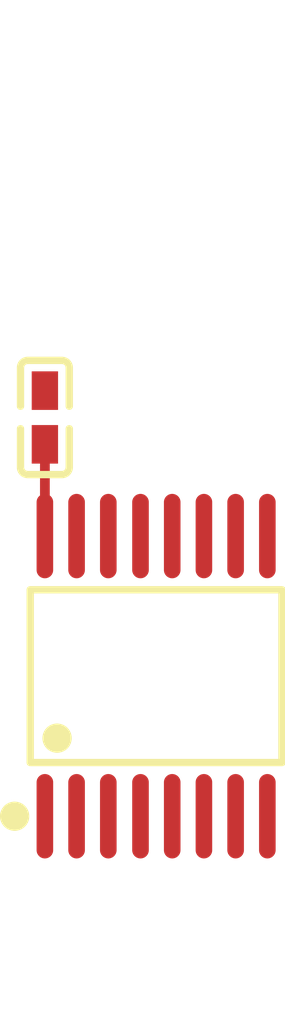
<source format=kicad_pcb>
(kicad_pcb (version 20241229) (generator "pcbnew") (generator_version "9.0")
  (layers (0 "F.Cu" signal) (2 "B.Cu" signal) (13 "F.Paste" user) (15 "B.Paste" user) (5 "F.SilkS" user "F.Silkscreen") (7 "B.SilkS" user "B.Silkscreen") (1 "F.Mask" user) (3 "B.Mask" user) (25 "Edge.Cuts" user))
  (net 0 "")
  (net 1 "IO5")
  (net 2 "IO4")
  (net 3 "IO1")
  (net 4 "VDD")
  (net 5 "IO2")
  (net 6 "IO7")
  (net 7 "A1")
  (net 8 "A2")
  (net 9 "gnd")
  (net 10 "IO0")
  (net 11 "IO6")
  (net 12 "nINT")
  (net 13 "SCL")
  (net 14 "SDA")
  (net 15 "A0")
  (net 16 "IO3")
  (footprint "Samsung_Electro_Mechanics_CL05B104KO5NNNC:C0402" (layer "F.Cu") (at -2.28 -15.3 90)
    (property "Reference" "C1" (hide yes))
    (property "Value" "100nF ±10% 16V X7R")
    (fp_line (start 1.02 -0.5) (end 0.23 -0.5) (stroke (width 0.15)) (layer "F.SilkS"))
    (fp_line (start -1.02 -0.5) (end -0.23 -0.5) (stroke (width 0.15)) (layer "F.SilkS"))
    (fp_line (start 1.17 0.35) (end 1.17 -0.35) (stroke (width 0.15)) (layer "F.SilkS"))
    (fp_line (start -1.17 0.35) (end -1.17 -0.35) (stroke (width 0.15)) (layer "F.SilkS"))
    (fp_line (start 0.23 0.5) (end 1.02 0.5) (stroke (width 0.15)) (layer "F.SilkS"))
    (fp_line (start -0.23 0.5) (end -1.02 0.5) (stroke (width 0.15)) (layer "F.SilkS"))
    (fp_arc (start 1.02 -0.5) (mid 1.126066 -0.456066) (end 1.17 -0.35) (stroke (width 0.15)) (layer "F.SilkS"))
    (fp_arc (start -1.17 -0.35) (mid -1.126066 -0.456066) (end -1.02 -0.5) (stroke (width 0.15)) (layer "F.SilkS"))
    (fp_arc (start 1.17 0.35) (mid 1.126066 0.456066) (end 1.02 0.5) (stroke (width 0.15)) (layer "F.SilkS"))
    (fp_arc (start -1.02 0.5) (mid -1.126066 0.456066) (end -1.17 0.35) (stroke (width 0.15)) (layer "F.SilkS"))
    (pad "1" smd rect (at -0.55 0 90) (size 0.79 0.54) (layers "F.Cu" "F.Mask" "F.Paste") (net 4 "VDD"))
    (pad "2" smd rect (at 0.55 0 90) (size 0.79 0.54) (layers "F.Cu" "F.Mask" "F.Paste") (net 9 "gnd"))
  )
  (footprint "NXP_Semicon_PCA9554APW_118:TSSOP-16_L5.0-W4.4-P0.65-LS6.4-BL" (layer "F.Cu") (at 0 -10 0)
    (property "Reference" "U1" (hide yes))
    (property "Value" "")
    (fp_line (start -2.58 -1.77) (end 2.58 -1.77) (stroke (width 0.15)) (layer "F.SilkS"))
    (fp_line (start -2.58 1.77) (end -2.58 -1.77) (stroke (width 0.15)) (layer "F.SilkS"))
    (fp_line (start 2.58 -1.77) (end 2.58 1.77) (stroke (width 0.15)) (layer "F.SilkS"))
    (fp_line (start 2.58 1.77) (end -2.58 1.77) (stroke (width 0.15)) (layer "F.SilkS"))
    (fp_circle (center -2.9 2.87) (end -2.75 2.87) (stroke (width 0.3)) (fill no) (layer "F.SilkS"))
    (fp_circle (center -2.03 1.27) (end -1.88 1.27) (stroke (width 0.3)) (fill no) (layer "F.SilkS"))
    (pad "1" smd oval (at -2.28 2.87 0) (size 0.34 1.73) (layers "F.Cu" "F.Mask" "F.Paste") (net 15 "A0"))
    (pad "2" smd oval (at -1.63 2.87 0) (size 0.34 1.73) (layers "F.Cu" "F.Mask" "F.Paste") (net 7 "A1"))
    (pad "3" smd oval (at -0.98 2.87 0) (size 0.34 1.73) (layers "F.Cu" "F.Mask" "F.Paste") (net 8 "A2"))
    (pad "4" smd oval (at -0.32 2.87 0) (size 0.34 1.73) (layers "F.Cu" "F.Mask" "F.Paste") (net 10 "IO0"))
    (pad "5" smd oval (at 0.33 2.87 0) (size 0.34 1.73) (layers "F.Cu" "F.Mask" "F.Paste") (net 3 "IO1"))
    (pad "6" smd oval (at 0.98 2.87 0) (size 0.34 1.73) (layers "F.Cu" "F.Mask" "F.Paste") (net 5 "IO2"))
    (pad "7" smd oval (at 1.63 2.87 0) (size 0.34 1.73) (layers "F.Cu" "F.Mask" "F.Paste") (net 16 "IO3"))
    (pad "8" smd oval (at 2.28 2.87 0) (size 0.34 1.73) (layers "F.Cu" "F.Mask" "F.Paste") (net 9 "gnd"))
    (pad "9" smd oval (at 2.28 -2.87 0) (size 0.34 1.73) (layers "F.Cu" "F.Mask" "F.Paste") (net 2 "IO4"))
    (pad "10" smd oval (at 1.63 -2.87 0) (size 0.34 1.73) (layers "F.Cu" "F.Mask" "F.Paste") (net 1 "IO5"))
    (pad "11" smd oval (at 0.98 -2.87 0) (size 0.34 1.73) (layers "F.Cu" "F.Mask" "F.Paste") (net 11 "IO6"))
    (pad "12" smd oval (at 0.33 -2.87 0) (size 0.34 1.73) (layers "F.Cu" "F.Mask" "F.Paste") (net 6 "IO7"))
    (pad "13" smd oval (at -0.32 -2.87 0) (size 0.34 1.73) (layers "F.Cu" "F.Mask" "F.Paste") (net 12 "nINT"))
    (pad "14" smd oval (at -0.98 -2.87 0) (size 0.34 1.73) (layers "F.Cu" "F.Mask" "F.Paste") (net 13 "SCL"))
    (pad "15" smd oval (at -1.63 -2.87 0) (size 0.34 1.73) (layers "F.Cu" "F.Mask" "F.Paste") (net 14 "SDA"))
    (pad "16" smd oval (at -2.28 -2.87 0) (size 0.34 1.73) (layers "F.Cu" "F.Mask" "F.Paste") (net 4 "VDD"))
  )
  (segment (start -2.28 -14.75) (end -2.28 -12.87) (width 0.2) (net 4) (layer "F.Cu"))
)
</source>
